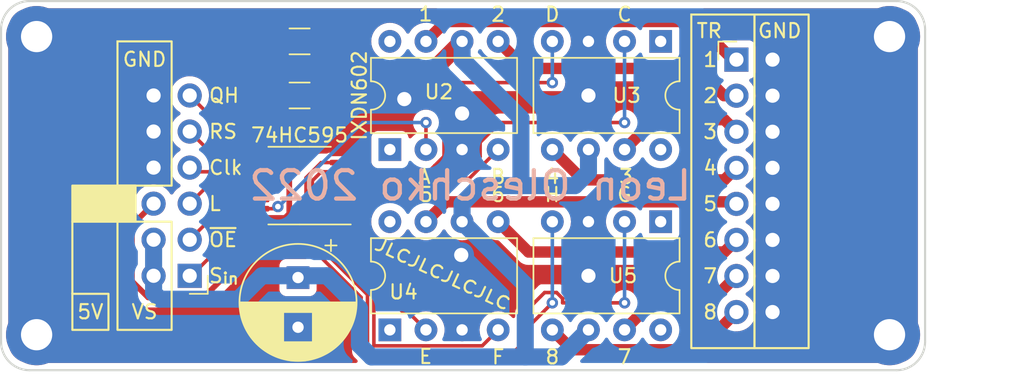
<source format=kicad_pcb>
(kicad_pcb (version 20211014) (generator pcbnew)
  (layers (0 "F.Cu" signal) (31 "B.Cu" signal) (34 "B.Paste" user) (35 "F.Paste" user) (36 "B.SilkS" user "B.Silkscreen") (37 "F.SilkS" user "F.Silkscreen") (38 "B.Mask" user) (39 "F.Mask" user) (44 "Edge.Cuts" user))
  (net 0 "")
  (net 1 "QH")
  (net 2 "RST")
  (net 3 "S_CLK")
  (net 4 "L_CLK")
  (net 5 "~{OE}")
  (net 6 "DATA")
  (net 7 "GND")
  (net 8 "+5V")
  (net 9 "VS")
  (net 10 "OUT_1")
  (net 11 "OUT_2")
  (net 12 "OUT_3")
  (net 13 "OUT_4")
  (net 14 "OUT_5")
  (net 15 "OUT_6")
  (net 16 "OUT_7")
  (net 17 "OUT_8")
  (net 26 "SIG_2")
  (net 27 "SIG_3")
  (net 28 "SIG_4")
  (net 29 "SIG_5")
  (net 30 "SIG_6")
  (net 31 "SIG_7")
  (net 32 "SIG_8")
  (net 33 "SIG_1")
  (footprint "Package_SO:TSSOP-16_4.4x5mm_P0.65mm" (layer "F.Cu") (at 218.344639 138.43 180)
    (fp_text reference "U1" hide)
    (fp_text value "74HC595" (at 0 3.556) (layer "F.SilkS"))
    (fp_line (start 0 2.735) (end 2.2 2.735) (layer "F.SilkS") (width 0.12))
    (fp_line (start 0 -2.735) (end -3.6 -2.735) (layer "F.SilkS") (width 0.12))
    (fp_line (start 0 2.735) (end -2.2 2.735) (layer "F.SilkS") (width 0.12))
    (fp_line (start 0 -2.735) (end 2.2 -2.735) (layer "F.SilkS") (width 0.12))
    (pad "1" smd roundrect (at -2.8625 -2.275 180) (size 1.475 0.4) (layers "F.Cu" "F.Paste" "F.Mask") (net 26 "SIG_2"))
    (pad "2" smd roundrect (at -2.8625 -1.625 180) (size 1.475 0.4) (layers "F.Cu" "F.Paste" "F.Mask") (net 27 "SIG_3"))
    (pad "3" smd roundrect (at -2.8625 -0.975 180) (size 1.475 0.4) (layers "F.Cu" "F.Paste" "F.Mask") (net 28 "SIG_4"))
    (pad "4" smd roundrect (at -2.8625 -0.325 180) (size 1.475 0.4) (layers "F.Cu" "F.Paste" "F.Mask") (net 29 "SIG_5"))
    (pad "5" smd roundrect (at -2.8625 0.325 180) (size 1.475 0.4) (layers "F.Cu" "F.Paste" "F.Mask") (net 30 "SIG_6"))
    (pad "6" smd roundrect (at -2.8625 0.975 180) (size 1.475 0.4) (layers "F.Cu" "F.Paste" "F.Mask") (net 31 "SIG_7"))
    (pad "7" smd roundrect (at -2.8625 1.625 180) (size 1.475 0.4) (layers "F.Cu" "F.Paste" "F.Mask") (net 32 "SIG_8"))
    (pad "8" smd roundrect (at -2.8625 2.275 180) (size 1.475 0.4) (layers "F.Cu" "F.Paste" "F.Mask") (net 7 "GND"))
    (pad "9" smd roundrect (at 2.8625 2.275 180) (size 1.475 0.4) (layers "F.Cu" "F.Paste" "F.Mask") (net 1 "QH"))
    (pad "10" smd roundrect (at 2.8625 1.625 180) (size 1.475 0.4) (layers "F.Cu" "F.Paste" "F.Mask") (net 2 "RST"))
    (pad "11" smd roundrect (at 2.8625 0.975 180) (size 1.475 0.4) (layers "F.Cu" "F.Paste" "F.Mask") (net 3 "S_CLK"))
    (pad "12" smd roundrect (at 2.8625 0.325 180) (size 1.475 0.4) (layers "F.Cu" "F.Paste" "F.Mask") (net 4 "L_CLK"))
    (pad "13" smd roundrect (at 2.8625 -0.325 180) (size 1.475 0.4) (layers "F.Cu" "F.Paste" "F.Mask") (net 5 "~{OE}"))
    (pad "14" smd roundrect (at 2.8625 -0.975 180) (size 1.475 0.4) (layers "F.Cu" "F.Paste" "F.Mask") (net 6 "DATA"))
    (pad "15" smd roundrect (at 2.8625 -1.625 180) (size 1.475 0.4) (layers "F.Cu" "F.Paste" "F.Mask") (net 33 "SIG_1"))
    (pad "16" smd roundrect (at 2.8625 -2.275 180) (size 1.475 0.4) (layers "F.Cu" "F.Paste" "F.Mask") (net 8 "+5V"))
  )
  (footprint "" (layer "F.Cu") (at 199.844639 148.93)
    (fp_text reference "" (at 0 0) (layer "F.SilkS") (effects (font (size 1.27 1.27))))
    (fp_text value "" (at 0 0) (layer "F.SilkS") (effects (font (size 1.27 1.27))))
    (pad "" thru_hole circle (at 0 0) (size 4.3 4.3) (drill 2.2) (layers *.Cu *.Mask) (net 7 "GND"))
  )
  (footprint "Capacitor_SMD:C_1206_3216Metric_Pad1.33x1.80mm_HandSolder" (layer "F.Cu") (at 218.344639 132.08)
    (fp_text reference "C3" hide)
    (fp_text value "10u")
    (fp_line (start -0.711252 -0.91) (end 0.711252 -0.91) (layer "F.SilkS") (width 0.12))
    (fp_line (start -0.711252 0.91) (end 0.711252 0.91) (layer "F.SilkS") (width 0.12))
    (pad "1" smd roundrect (at -1.5625 0) (size 1.325 1.8) (layers "F.Cu" "F.Paste" "F.Mask") (roundrect_rratio 0.1886792453) (net 8 "+5V"))
    (pad "2" smd roundrect (at 1.5625 0) (size 1.325 1.8) (layers "F.Cu" "F.Paste" "F.Mask") (roundrect_rratio 0.1886792453) (net 7 "GND"))
  )
  (footprint "Package_DIP:DIP-8_W7.62mm" (layer "F.Cu") (at 224.694639 148.59 90)
    (fp_text reference "U4" (at 2.667 0.9568 180) (layer "F.SilkS"))
    (fp_text value "IXDN602")
    (fp_line (start 1.16 -1.33) (end 1.16 8.95) (layer "F.SilkS") (width 0.12))
    (fp_line (start 2.81 -1.33) (end 1.16 -1.33) (layer "F.SilkS") (width 0.12))
    (fp_line (start 1.16 8.95) (end 6.46 8.95) (layer "F.SilkS") (width 0.12))
    (fp_line (start 6.46 8.95) (end 6.46 -1.33) (layer "F.SilkS") (width 0.12))
    (fp_line (start 6.46 -1.33) (end 4.81 -1.33) (layer "F.SilkS") (width 0.12))
    (fp_arc (start 4.81 -1.33) (mid 3.81 -0.33) (end 2.81 -1.33) (layer "F.SilkS") (width 0.12))
    (pad "1" thru_hole rect (at 0 0 90) (size 1.6 1.6) (drill 0.8) (layers *.Cu *.Mask))
    (pad "2" thru_hole oval (at 0 2.54 90) (size 1.6 1.6) (drill 0.8) (layers *.Cu *.Mask) (net 29 "SIG_5"))
    (pad "3" thru_hole oval (at 0 5.08 90) (size 1.6 1.6) (drill 0.8) (layers *.Cu *.Mask) (net 7 "GND"))
    (pad "4" thru_hole oval (at 0 7.62 90) (size 1.6 1.6) (drill 0.8) (layers *.Cu *.Mask) (net 30 "SIG_6"))
    (pad "5" thru_hole oval (at 7.62 7.62 90) (size 1.6 1.6) (drill 0.8) (layers *.Cu *.Mask) (net 15 "OUT_6"))
    (pad "6" thru_hole oval (at 7.62 5.08 90) (size 1.6 1.6) (drill 0.8) (layers *.Cu *.Mask) (net 9 "VS"))
    (pad "7" thru_hole oval (at 7.62 2.54 90) (size 1.6 1.6) (drill 0.8) (layers *.Cu *.Mask) (net 14 "OUT_5"))
    (pad "8" thru_hole oval (at 7.62 0 90) (size 1.6 1.6) (drill 0.8) (layers *.Cu *.Mask))
  )
  (footprint "Capacitor_SMD:C_1206_3216Metric_Pad1.33x1.80mm_HandSolder" (layer "F.Cu") (at 218.344639 128.27 180)
    (fp_text reference "C2" hide)
    (fp_text value "1u")
    (fp_line (start -0.711252 0.91) (end 0.711252 0.91) (layer "F.SilkS") (width 0.12))
    (fp_line (start -0.711252 -0.91) (end 0.711252 -0.91) (layer "F.SilkS") (width 0.12))
    (pad "1" smd roundrect (at -1.5625 0 180) (size 1.325 1.8) (layers "F.Cu" "F.Paste" "F.Mask") (roundrect_rratio 0.1886792453) (net 9 "VS"))
    (pad "2" smd roundrect (at 1.5625 0 180) (size 1.325 1.8) (layers "F.Cu" "F.Paste" "F.Mask") (roundrect_rratio 0.1886792453) (net 7 "GND"))
  )
  (footprint "Connector_PinHeader_2.54mm:PinHeader_2x08_P2.54mm_Horizontal" (layer "F.Cu") (at 249.074639 129.555)
    (fp_text reference "J2" hide)
    (fp_text value "TR" (at -1.905 -2.032) (layer "F.SilkS"))
    (fp_line (start -1.27 -1.27) (end 0 -1.27) (layer "F.SilkS") (width 0.12))
    (fp_line (start -1.27 0) (end -1.27 -1.27) (layer "F.SilkS") (width 0.12))
    (pad "1" thru_hole rect (at 0 0) (size 1.7 1.7) (drill 1) (layers *.Cu *.Mask) (net 10 "OUT_1"))
    (pad "2" thru_hole oval (at 2.54 0) (size 1.7 1.7) (drill 1) (layers *.Cu *.Mask) (net 7 "GND"))
    (pad "3" thru_hole oval (at 0 2.54) (size 1.7 1.7) (drill 1) (layers *.Cu *.Mask) (net 11 "OUT_2"))
    (pad "4" thru_hole oval (at 2.54 2.54) (size 1.7 1.7) (drill 1) (layers *.Cu *.Mask) (net 7 "GND"))
    (pad "5" thru_hole oval (at 0 5.08) (size 1.7 1.7) (drill 1) (layers *.Cu *.Mask) (net 12 "OUT_3"))
    (pad "6" thru_hole oval (at 2.54 5.08) (size 1.7 1.7) (drill 1) (layers *.Cu *.Mask) (net 7 "GND"))
    (pad "7" thru_hole oval (at 0 7.62) (size 1.7 1.7) (drill 1) (layers *.Cu *.Mask) (net 13 "OUT_4"))
    (pad "8" thru_hole oval (at 2.54 7.62) (size 1.7 1.7) (drill 1) (layers *.Cu *.Mask) (net 7 "GND"))
    (pad "9" thru_hole oval (at 0 10.16) (size 1.7 1.7) (drill 1) (layers *.Cu *.Mask) (net 14 "OUT_5"))
    (pad "10" thru_hole oval (at 2.54 10.16) (size 1.7 1.7) (drill 1) (layers *.Cu *.Mask) (net 7 "GND"))
    (pad "11" thru_hole oval (at 0 12.7) (size 1.7 1.7) (drill 1) (layers *.Cu *.Mask) (net 15 "OUT_6"))
    (pad "12" thru_hole oval (at 2.54 12.7) (size 1.7 1.7) (drill 1) (layers *.Cu *.Mask) (net 7 "GND"))
    (pad "13" thru_hole oval (at 0 15.24) (size 1.7 1.7) (drill 1) (layers *.Cu *.Mask) (net 16 "OUT_7"))
    (pad "14" thru_hole oval (at 2.54 15.24) (size 1.7 1.7) (drill 1) (layers *.Cu *.Mask) (net 7 "GND"))
    (pad "15" thru_hole oval (at 0 17.78) (size 1.7 1.7) (drill 1) (layers *.Cu *.Mask) (net 17 "OUT_8"))
    (pad "16" thru_hole oval (at 2.54 17.78) (size 1.7 1.7) (drill 1) (layers *.Cu *.Mask) (net 7 "GND"))
  )
  (footprint "Connector_PinHeader_2.54mm:PinHeader_2x06_P2.54mm_Horizontal" (layer "F.Cu") (at 210.614639 144.78 180)
    (fp_text reference "J1" hide)
    (fp_text value "IO" hide)
    (fp_line (start -1.27 0) (end -1.27 -1.27) (layer "F.SilkS") (width 0.12))
    (fp_line (start -1.27 -1.27) (end 0 -1.27) (layer "F.SilkS") (width 0.12))
    (pad "1" thru_hole rect (at 0 0 180) (size 1.7 1.7) (drill 1) (layers *.Cu *.Mask) (net 6 "DATA"))
    (pad "2" thru_hole oval (at 2.54 0 180) (size 1.7 1.7) (drill 1) (layers *.Cu *.Mask) (net 9 "VS"))
    (pad "3" thru_hole oval (at 0 2.54 180) (size 1.7 1.7) (drill 1) (layers *.Cu *.Mask) (net 5 "~{OE}"))
    (pad "4" thru_hole oval (at 2.54 2.54 180) (size 1.7 1.7) (drill 1) (layers *.Cu *.Mask) (net 9 "VS"))
    (pad "5" thru_hole oval (at 0 5.08 180) (size 1.7 1.7) (drill 1) (layers *.Cu *.Mask) (net 4 "L_CLK"))
    (pad "6" thru_hole oval (at 2.54 5.08 180) (size 1.7 1.7) (drill 1) (layers *.Cu *.Mask) (net 8 "+5V"))
    (pad "7" thru_hole oval (at 0 7.62 180) (size 1.7 1.7) (drill 1) (layers *.Cu *.Mask) (net 3 "S_CLK"))
    (pad "8" thru_hole oval (at 2.54 7.62 180) (size 1.7 1.7) (drill 1) (layers *.Cu *.Mask) (net 7 "GND"))
    (pad "9" thru_hole oval (at 0 10.16 180) (size 1.7 1.7) (drill 1) (layers *.Cu *.Mask) (net 2 "RST"))
    (pad "10" thru_hole oval (at 2.54 10.16 180) (size 1.7 1.7) (drill 1) (layers *.Cu *.Mask) (net 7 "GND"))
    (pad "11" thru_hole oval (at 0 12.7 180) (size 1.7 1.7) (drill 1) (layers *.Cu *.Mask) (net 1 "QH"))
    (pad "12" thru_hole oval (at 2.54 12.7 180) (size 1.7 1.7) (drill 1) (layers *.Cu *.Mask) (net 7 "GND"))
  )
  (footprint "Package_DIP:DIP-8_W7.62mm" (layer "F.Cu") (at 243.744639 128.27 -90)
    (fp_text reference "U3" (at 3.81 2.396 180) (layer "F.SilkS"))
    (fp_text value "IXDN602")
    (fp_line (start 1.16 -1.33) (end 1.16 8.95) (layer "F.SilkS") (width 0.12))
    (fp_line (start 1.16 8.95) (end 6.46 8.95) (layer "F.SilkS") (width 0.12))
    (fp_line (start 2.81 -1.33) (end 1.16 -1.33) (layer "F.SilkS") (width 0.12))
    (fp_line (start 6.46 -1.33) (end 4.81 -1.33) (layer "F.SilkS") (width 0.12))
    (fp_line (start 6.46 8.95) (end 6.46 -1.33) (layer "F.SilkS") (width 0.12))
    (fp_arc (start 4.81 -1.33) (mid 3.81 -0.33) (end 2.81 -1.33) (layer "F.SilkS") (width 0.12))
    (pad "1" thru_hole rect (at 0 0 270) (size 1.6 1.6) (drill 0.8) (layers *.Cu *.Mask))
    (pad "2" thru_hole oval (at 0 2.54 270) (size 1.6 1.6) (drill 0.8) (layers *.Cu *.Mask) (net 27 "SIG_3"))
    (pad "3" thru_hole oval (at 0 5.08 270) (size 1.6 1.6) (drill 0.8) (layers *.Cu *.Mask) (net 7 "GND"))
    (pad "4" thru_hole oval (at 0 7.62 270) (size 1.6 1.6) (drill 0.8) (layers *.Cu *.Mask) (net 28 "SIG_4"))
    (pad "5" thru_hole oval (at 7.62 7.62 270) (size 1.6 1.6) (drill 0.8) (layers *.Cu *.Mask) (net 13 "OUT_4"))
    (pad "6" thru_hole oval (at 7.62 5.08 270) (size 1.6 1.6) (drill 0.8) (layers *.Cu *.Mask) (net 9 "VS"))
    (pad "7" thru_hole oval (at 7.62 2.54 270) (size 1.6 1.6) (drill 0.8) (layers *.Cu *.Mask) (net 12 "OUT_3"))
    (pad "8" thru_hole oval (at 7.62 0 270) (size 1.6 1.6) (drill 0.8) (layers *.Cu *.Mask))
  )
  (footprint "" (layer "F.Cu") (at 259.844639 127.93)
    (fp_text reference "" (at 0 0) (layer "F.SilkS") (effects (font (size 1.27 1.27))))
    (fp_text value "" (at 0 0) (layer "F.SilkS") (effects (font (size 1.27 1.27))))
    (pad "" thru_hole circle (at 0 0) (size 4.3 4.3) (drill 2.2) (layers *.Cu *.Mask) (net 7 "GND"))
  )
  (footprint "Package_DIP:DIP-8_W7.62mm" (layer "F.Cu") (at 224.694639 135.89 90)
    (fp_text reference "U2" (at 4.064 3.446 180) (layer "F.SilkS"))
    (fp_text value "IXDN602")
    (fp_line (start 6.46 -1.33) (end 4.81 -1.33) (layer "F.SilkS") (width 0.12))
    (fp_line (start 1.16 8.95) (end 6.46 8.95) (layer "F.SilkS") (width 0.12))
    (fp_line (start 1.16 -1.33) (end 1.16 8.95) (layer "F.SilkS") (width 0.12))
    (fp_line (start 6.46 8.95) (end 6.46 -1.33) (layer "F.SilkS") (width 0.12))
    (fp_line (start 2.81 -1.33) (end 1.16 -1.33) (layer "F.SilkS") (width 0.12))
    (fp_arc (start 4.81 -1.33) (mid 3.81 -0.33) (end 2.81 -1.33) (layer "F.SilkS") (width 0.12))
    (pad "1" thru_hole rect (at 0 0 90) (size 1.6 1.6) (drill 0.8) (layers *.Cu *.Mask))
    (pad "2" thru_hole oval (at 0 2.54 90) (size 1.6 1.6) (drill 0.8) (layers *.Cu *.Mask) (net 33 "SIG_1"))
    (pad "3" thru_hole oval (at 0 5.08 90) (size 1.6 1.6) (drill 0.8) (layers *.Cu *.Mask) (net 7 "GND"))
    (pad "4" thru_hole oval (at 0 7.62 90) (size 1.6 1.6) (drill 0.8) (layers *.Cu *.Mask) (net 26 "SIG_2"))
    (pad "5" thru_hole oval (at 7.62 7.62 90) (size 1.6 1.6) (drill 0.8) (layers *.Cu *.Mask) (net 11 "OUT_2"))
    (pad "6" thru_hole oval (at 7.62 5.08 90) (size 1.6 1.6) (drill 0.8) (layers *.Cu *.Mask) (net 9 "VS"))
    (pad "7" thru_hole oval (at 7.62 2.54 90) (size 1.6 1.6) (drill 0.8) (layers *.Cu *.Mask) (net 10 "OUT_1"))
    (pad "8" thru_hole oval (at 7.62 0 90) (size 1.6 1.6) (drill 0.8) (layers *.Cu *.Mask))
  )
  (footprint "Package_DIP:DIP-8_W7.62mm" (layer "F.Cu") (at 243.744639 140.97 -90)
    (fp_text reference "U5" (at 3.81 2.65 180) (layer "F.SilkS"))
    (fp_text value "IXDN602")
    (fp_line (start 1.16 8.95) (end 6.46 8.95) (layer "F.SilkS") (width 0.12))
    (fp_line (start 6.46 -1.33) (end 4.81 -1.33) (layer "F.SilkS") (width 0.12))
    (fp_line (start 6.46 8.95) (end 6.46 -1.33) (layer "F.SilkS") (width 0.12))
    (fp_line (start 2.81 -1.33) (end 1.16 -1.33) (layer "F.SilkS") (width 0.12))
    (fp_line (start 1.16 -1.33) (end 1.16 8.95) (layer "F.SilkS") (width 0.12))
    (fp_arc (start 4.81 -1.33) (mid 3.81 -0.33) (end 2.81 -1.33) (layer "F.SilkS") (width 0.12))
    (pad "1" thru_hole rect (at 0 0 270) (size 1.6 1.6) (drill 0.8) (layers *.Cu *.Mask))
    (pad "2" thru_hole oval (at 0 2.54 270) (size 1.6 1.6) (drill 0.8) (layers *.Cu *.Mask) (net 31 "SIG_7"))
    (pad "3" thru_hole oval (at 0 5.08 270) (size 1.6 1.6) (drill 0.8) (layers *.Cu *.Mask) (net 7 "GND"))
    (pad "4" thru_hole oval (at 0 7.62 270) (size 1.6 1.6) (drill 0.8) (layers *.Cu *.Mask) (net 32 "SIG_8"))
    (pad "5" thru_hole oval (at 7.62 7.62 270) (size 1.6 1.6) (drill 0.8) (layers *.Cu *.Mask) (net 17 "OUT_8"))
    (pad "6" thru_hole oval (at 7.62 5.08 270) (size 1.6 1.6) (drill 0.8) (layers *.Cu *.Mask) (net 9 "VS"))
    (pad "7" thru_hole oval (at 7.62 2.54 270) (size 1.6 1.6) (drill 0.8) (layers *.Cu *.Mask) (net 16 "OUT_7"))
    (pad "8" thru_hole oval (at 7.62 0 270) (size 1.6 1.6) (drill 0.8) (layers *.Cu *.Mask))
  )
  (footprint "MountingHole:MountingHole_2.2mm_M2" (layer "F.Cu") (at 259.844639 148.93)
    (fp_text reference "REF**" hide)
    (fp_text value "MountingHole_2.2mm_M2")
    (pad "" thru_hole circle (at 0 0) (size 4.3 4.3) (drill 2.2) (layers *.Cu *.Mask) (net 7 "GND"))
  )
  (footprint "Capacitor_THT:CP_Radial_D8.0mm_P3.50mm" (layer "F.Cu") (at 218.234639 144.905349 -90)
    (fp_text reference "C1" hide)
    (fp_text value "100u")
    (fp_line (start 4.151 1.04) (end 4.151 3.309) (layer "F.SilkS") (width 0.12))
    (fp_line (start 4.191 1.04) (end 4.191 3.28) (layer "F.SilkS") (width 0.12))
    (fp_line (start 3.231 1.04) (end 3.231 3.805) (layer "F.SilkS") (width 0.12))
    (fp_line (start 2.871 1.04) (end 2.871 3.925) (layer "F.SilkS") (width 0.12))
    (fp_line (start 5.591 -1.453) (end 5.591 1.453) (layer "F.SilkS") (width 0.12))
    (fp_line (start 3.631 -3.627) (end 3.631 -1.04) (layer "F.SilkS") (width 0.12))
    (fp_line (start 3.391 1.04) (end 3.391 3.74) (layer "F.SilkS") (width 0.12))
    (fp_line (start 5.111 -2.345) (end 5.111 2.345) (layer "F.SilkS") (width 0.12))
    (fp_line (start 5.151 -2.287) (end 5.151 2.287) (layer "F.SilkS") (width 0.12))
    (fp_line (start 5.511 -1.645) (end 5.511 1.645) (layer "F.SilkS") (width 0.12))
    (fp_line (start 3.551 -3.666) (end 3.551 -1.04) (layer "F.SilkS") (width 0.12))
    (fp_line (start 2.991 1.04) (end 2.991 3.889) (layer "F.SilkS") (width 0.12))
    (fp_line (start 4.431 -3.09) (end 4.431 -1.04) (layer "F.SilkS") (width 0.12))
    (fp_line (start 3.191 1.04) (end 3.191 3.821) (layer "F.SilkS") (width 0.12))
    (fp_line (start 2.951 -3.902) (end 2.951 -1.04) (layer "F.SilkS") (width 0.12))
    (fp_line (start 2.511 -4.01) (end 2.511 -1.04) (layer "F.SilkS") (width 0.12))
    (fp_line (start 2.471 -4.017) (end 2.471 -1.04) (layer "F.SilkS") (width 0.12))
    (fp_line (start 4.871 -2.651) (end 4.871 2.651) (layer "F.SilkS") (width 0.12))
    (fp_line (start 2.911 1.04) (end 2.911 3.914) (layer "F.SilkS") (width 0.12))
    (fp_line (start 4.351 -3.156) (end 4.351 -1.04) (layer "F.SilkS") (width 0.12))
    (fp_line (start 3.071 -3.863) (end 3.071 -1.04) (layer "F.SilkS") (width 0.12))
    (fp_line (start 4.751 -2.784) (end 4.751 2.784) (layer "F.SilkS") (width 0.12))
    (fp_line (start 3.191 -3.821) (end 3.191 -1.04) (layer "F.SilkS") (width 0.12))
    (fp_line (start 4.471 -3.055) (end 4.471 -1.04) (layer "F.SilkS") (width 0.12))
    (fp_line (start 4.511 -3.019) (end 4.511 -1.04) (layer "F.SilkS") (width 0.12))
    (fp_line (start 3.351 -3.757) (end 3.351 -1.04) (layer "F.SilkS") (width 0.12))
    (fp_line (start 1.75 -4.08) (end 1.75 4.08) (layer "F.SilkS") (width 0.12))
    (fp_line (start 3.911 1.04) (end 3.911 3.469) (layer "F.SilkS") (width 0.12))
    (fp_line (start 3.631 1.04) (end 3.631 3.627) (layer "F.SilkS") (width 0.12))
    (fp_line (start 1.87 -4.079) (end 1.87 4.079) (layer "F.SilkS") (width 0.12))
    (fp_line (start 5.191 -2.228) (end 5.191 2.228) (layer "F.SilkS") (width 0.12))
    (fp_line (start 2.631 1.04) (end 2.631 3.985) (layer "F.SilkS") (width 0.12))
    (fp_line (start 3.551 1.04) (end 3.551 3.666) (layer "F.SilkS") (width 0.12))
    (fp_line (start 2.43 -4.024) (end 2.43 4.024) (layer "F.SilkS") (width 0.12))
    (fp_line (start 2.671 1.04) (end 2.671 3.976) (layer "F.SilkS") (width 0.12))
    (fp_line (start 2.23 -4.052) (end 2.23 4.052) (layer "F.SilkS") (width 0.12))
    (fp_line (start 5.471 -1.731) (end 5.471 1.731) (layer "F.SilkS") (width 0.12))
    (fp_line (start 4.391 1.04) (end 4.391 3.124) (layer "F.SilkS") (width 0.12))
    (fp_line (start 3.071 1.04) (end 3.071 3.863) (layer "F.SilkS") (width 0.12))
    (fp_line (start -2.659698 -2.315) (end -1.859698 -2.315) (layer "F.SilkS") (width 0.12))
    (fp_line (start 3.751 1.04) (end 3.751 3.562) (layer "F.SilkS") (width 0.12))
    (fp_line (start 1.79 -4.08) (end 1.79 4.08) (layer "F.SilkS") (width 0.12))
    (fp_line (start 3.671 -3.606) (end 3.671 -1.04) (layer "F.SilkS") (width 0.12))
    (fp_line (start 3.871 -3.493) (end 3.871 -1.04) (layer "F.SilkS") (width 0.12))
    (fp_line (start 3.711 -3.584) (end 3.711 -1.04) (layer "F.SilkS") (width 0.12))
    (fp_line (start 3.591 1.04) (end 3.591 3.647) (layer "F.SilkS") (width 0.12))
    (fp_line (start 3.911 -3.469) (end 3.911 -1.04) (layer "F.SilkS") (width 0.12))
    (fp_line (start 2.951 1.04) (end 2.951 3.902) (layer "F.SilkS") (width 0.12))
    (fp_line (start 3.151 1.04) (end 3.151 3.835) (layer "F.SilkS") (width 0.12))
    (fp_line (start 3.151 -3.835) (end 3.151 -1.04) (layer "F.SilkS") (width 0.12))
    (fp_line (start 5.031 -2.454) (end 5.031 2.454) (layer "F.SilkS") (width 0.12))
    (fp_line (start 3.231 -3.805) (end 3.231 -1.04) (layer "F.SilkS") (width 0.12))
    (fp_line (start 5.431 -1.813) (end 5.431 1.813) (layer "F.SilkS") (width 0.12))
    (fp_line (start 2.671 -3.976) (end 2.671 -1.04) (layer "F.SilkS") (width 0.12))
    (fp_line (start 2.911 -3.914) (end 2.911 -1.04) (layer "F.SilkS") (width 0.12))
    (fp_line (start 2.471 1.04) (end 2.471 4.017) (layer "F.SilkS") (width 0.12))
    (fp_line (start 4.311 1.04) (end 4.311 3.189) (layer "F.SilkS") (width 0.12))
    (fp_line (start 4.271 -3.22) (end 4.271 -1.04) (layer "F.SilkS") (width 0.12))
    (fp_line (start 4.031 1.04) (end 4.031 3.392) (layer "F.SilkS") (width 0.12))
    (fp_line (start 1.91 -4.077) (end 1.91 4.077) (layer "F.SilkS") (width 0.12))
    (fp_line (start 3.511 1.04) (end 3.511 3.686) (layer "F.SilkS") (width 0.12))
    (fp_line (start 5.271 -2.102) (end 5.271 2.102) (layer "F.SilkS") (width 0.12))
    (fp_line (start 4.711 -2.826) (end 4.711 2.826) (layer "F.SilkS") (width 0.12))
    (fp_line (start 4.031 -3.392) (end 4.031 -1.04) (layer "F.SilkS") (width 0.12))
    (fp_line (start 3.311 -3.774) (end 3.311 -1.04) (layer "F.SilkS") (width 0.12))
    (fp_line (start 1.83 -4.08) (end 1.83 4.08) (layer "F.SilkS") (width 0.12))
    (fp_line (start 4.671 -2.867) (end 4.671 2.867) (layer "F.SilkS") (width 0.12))
    (fp_line (start 2.831 -3.936) (end 2.831 -1.04) (layer "F.SilkS") (width 0.12))
    (fp_line (start 3.431 1.04) (end 3.431 3.722) (layer "F.SilkS") (width 0.12))
    (fp_line (start 4.351 1.04) (end 4.351 3.156) (layer "F.SilkS") (width 0.12))
    (fp_line (start 3.351 1.04) (end 3.351 3.757) (layer "F.SilkS") (width 0.12))
    (fp_line (start 3.671 1.04) (end 3.671 3.606) (layer "F.SilkS") (width 0.12))
    (fp_line (start 3.951 1.04) (end 3.951 3.444) (layer "F.SilkS") (width 0.12))
    (fp_line (start 2.991 -3.889) (end 2.991 -1.04) (layer "F.SilkS") (width 0.12))
    (fp_line (start 4.631 -2.907) (end 4.631 2.907) (layer "F.SilkS") (width 0.12))
    (fp_line (start 3.991 -3.418) (end 3.991 -1.04) (layer "F.SilkS") (width 0.12))
    (fp_line (start 2.39 -4.03) (end 2.39 4.03) (layer "F.SilkS") (width 0.12))
    (fp_line (start 2.19 -4.057) (end 2.19 4.057) (layer "F.SilkS") (width 0.12))
    (fp_line (start 2.551 1.04) (end 2.551 4.002) (layer "F.SilkS") (width 0.12))
    (fp_line (start 3.471 1.04) (end 3.471 3.704) (layer "F.SilkS") (width 0.12))
    (fp_line (start 4.551 -2.983) (end 4.551 2.983) (layer "F.SilkS") (width 0.12))
    (fp_line (start 2.831 1.04) (end 2.831 3.936) (layer "F.SilkS") (width 0.12))
    (fp_line (start 4.311 -3.189) (end 4.311 -1.04) (layer "F.SilkS") (width 0.12))
    (fp_line (start 4.391 -3.124) (end 4.391 -1.04) (layer "F.SilkS") (width 0.12))
    (fp_line (start 4.911 -2.604) (end 4.911 2.604) (layer "F.SilkS") (width 0.12))
    (fp_line (start 5.311 -2.034) (end 5.311 2.034) (layer "F.SilkS") (width 0.12))
    (fp_line (start 5.831 -0.533) (end 5.831 0.533) (layer "F.SilkS") (width 0.12))
    (fp_line (start 3.431 -3.722) (end 3.431 -1.04) (layer "F.SilkS") (width 0.12))
    (fp_line (start 3.511 -3.686) (end 3.511 -1.04) (layer "F.SilkS") (width 0.12))
    (fp_line (start 4.991 -2.505) (end 4.991 2.505) (layer "F.SilkS") (width 0.12))
    (fp_line (start 2.751 -3.957) (end 2.751 -1.04) (layer "F.SilkS") (width 0.12))
    (fp_line (start 3.711 1.04) (end 3.711 3.584) (layer "F.SilkS") (width 0.12))
    (fp_line (start 4.431 1.04) (end 4.431 3.09) (layer "F.SilkS") (width 0.12))
    (fp_line (start 2.27 -4.048) (end 2.27 4.048) (layer "F.SilkS") (width 0.12))
    (fp_line (start 3.471 -3.704) (end 3.471 -1.04) (layer "F.SilkS") (width 0.12))
    (fp_line (start 5.551 -1.552) (end 5.551 1.552) (layer "F.SilkS") (width 0.12))
    (fp_line (start 4.591 -2.945) (end 4.591 2.945) (layer "F.SilkS") (width 0.12))
    (fp_line (start 2.591 -3.994) (end 2.591 -1.04) (layer "F.SilkS") (width 0.12))
    (fp_line (start 4.231 1.04) (end 4.231 3.25) (layer "F.SilkS") (width 0.12))
    (fp_line (start 4.071 -3.365) (end 4.071 -1.04) (layer "F.SilkS") (width 0.12))
    (fp_line (start 2.31 -4.042) (end 2.31 4.042) (layer "F.SilkS") (width 0.12))
    (fp_line (start 4.151 -3.309) (end 4.151 -1.04) (layer "F.SilkS") (width 0.12))
    (fp_line (start -2.259698 -2.715) (end -2.259698 -1.915) (layer "F.SilkS") (width 0.12))
    (fp_line (start 2.631 -3.985) (end 2.631 -1.04) (layer "F.SilkS") (width 0.12))
    (fp_line (start 5.671 -1.229) (end 5.671 1.229) (layer "F.SilkS") (width 0.12))
    (fp_line (start 5.791 -0.768) (end 5.791 0.768) (layer "F.SilkS") (width 0.12))
    (fp_line (start 5.231 -2.166) (end 5.231 2.166) (layer "F.SilkS") (width 0.12))
    (fp_line (start 3.311 1.04) (end 3.311 3.774) (layer "F.SilkS") (width 0.12))
    (fp_line (start 5.751 -0.948) (end 5.751 0.948) (layer "F.SilkS") (width 0.12))
    (fp_line (start 5.391 -1.89) (end 5.391 1.89) (layer "F.SilkS") (width 0.12))
    (fp_line (start 4.071 1.04) (end 4.071 3.365) (layer "F.SilkS") (width 0.12))
    (fp_line (start 2.35 -4.037) (end 2.35 4.037) (layer "F.SilkS") (width 0.12))
    (fp_line (start 2.15 -4.061) (end 2.15 4.061) (layer "F.SilkS") (width 0.12))
    (fp_line (start 4.831 -2.697) (end 4.831 2.697) (layer "F.SilkS") (width 0.12))
    (fp_line (start 3.031 -3.877) (end 3.031 -1.04) (layer "F.SilkS") (width 0.12))
    (fp_line (start 3.991 1.04) (end 3.991 3.418) (layer "F.SilkS") (width 0.12))
    (fp_line (start 3.751 -3.562) (end 3.751 -1.04) (layer "F.SilkS") (width 0.12))
    (fp_line (start 4.111 -3.338) (end 4.111 -1.04) (layer "F.SilkS") (width 0.12))
    (fp_line (start 3.951 -3.444) (end 3.951 -1.04) (layer "F.SilkS") (width 0.12))
    (fp_line (start 3.831 1.04) (end 3.831 3.517) (layer "F.SilkS") (width 0.12))
    (fp_line (start 2.551 -4.002) (end 2.551 -1.04) (layer "F.SilkS") (width 0.12))
    (fp_line (start 2.751 1.04) (end 2.751 3.957) (layer "F.SilkS") (width 0.12))
    (fp_line (start 5.711 -1.098) (end 5.711 1.098) (layer "F.SilkS") (width 0.12))
    (fp_line (start 5.071 -2.4) (end 5.071 2.4) (layer "F.SilkS") (width 0.12))
    (fp_line (start 4.791 -2.741) (end 4.791 2.741) (layer "F.SilkS") (width 0.12))
    (fp_line (start 3.391 -3.74) (end 3.391 -1.04) (layer "F.SilkS") (width 0.12))
    (fp_line (start 4.511 1.04) (end 4.511 3.019) (layer "F.SilkS") (width 0.12))
    (fp_line (start 2.07 -4.068) (end 2.07 4.068) (layer "F.SilkS") (width 0.12))
    (fp_line (start 3.271 1.04) (end 3.271 3.79) (layer "F.SilkS") (width 0.12))
    (fp_line (start 3.271 -3.79) (end 3.271 -1.04) (layer "F.SilkS") (width 0.12))
    (fp_line (start 2.11 -4.065) (end 2.11 4.065) (layer "F.SilkS") (width 0.12))
    (fp_line (start 3.871 1.04) (end 3.871 3.493) (layer "F.SilkS") (width 0.12))
    (fp_line (start 4.951 -2.556) (end 4.951 2.556) (layer "F.SilkS") (width 0.12))
    (fp_line (start 4.231 -3.25) (end 4.231 -1.04) (layer "F.SilkS") (width 0.12))
    (fp_line (start 2.711 -3.967) (end 2.711 -1.04) (layer "F.SilkS") (width 0.12))
    (fp_line (start 3.791 1.04) (end 3.791 3.54) (layer "F.SilkS") (width 0.12))
    (fp_line (start 2.791 1.04) (end 2.791 3.947) (layer "F.SilkS") (width 0.12))
    (fp_line (start 2.791 -3.947) (end 2.791 -1.04) (layer "F.SilkS") (width 0.12))
    (fp_line (start 3.111 -3.85) (end 3.111 -1.04) (layer "F.SilkS") (width 0.12))
    (fp_line (start 4.111 1.04) (end 4.111 3.338) (layer "F.SilkS") (width 0.12))
    (fp_line (start 5.351 -1.964) (end 5.351 1.964) (layer "F.SilkS") (width 0.12))
    (fp_line (start 2.871 -3.925) (end 2.871 -1.04) (layer "F.SilkS") (width 0.12))
    (fp_line (start 2.591 1.04) (end 2.591 3.994) (layer "F.SilkS") (width 0.12))
    (fp_line (start 2.03 -4.071) (end 2.03 4.071) (layer "F.SilkS") (width 0.12))
    (fp_line (start 1.99 -4.074) (end 1.99 4.074) (layer "F.SilkS") (width 0.12))
    (fp_line (start 3.111 1.04) (end 3.111 3.85) (layer "F.SilkS") (width 0.12))
    (fp_line (start 3.591 -3.647) (end 3.591 -1.04) (layer "F.SilkS") (width 0.12))
    (fp_line (start 4.191 -3.28) (end 4.191 -1.04) (layer "F.SilkS") (width 0.12))
    (fp_line (start 4.471 1.04) (end 4.471 3.055) (layer "F.SilkS") (width 0.12))
    (fp_line (start 4.271 1.04) (end 4.271 3.22) (layer "F.SilkS") (width 0.12))
    (fp_line (start 3.791 -3.54) (end 3.791 -1.04) (layer "F.SilkS") (width 0.12))
    (fp_line (start 1.95 -4.076) (end 1.95 4.076) (layer "F.SilkS") (width 0.12))
    (fp_line (start 2.711 1.04) (end 2.711 3.967) (layer "F.SilkS") (width 0.12))
    (fp_line (start 2.511 1.04) (end 2.511 4.01) (layer "F.SilkS") (width 0.12))
    (fp_line (start 5.631 -1.346) (end 5.631 1.346) (layer "F.SilkS") (width 0.12))
    (fp_line (start 3.031 1.04) (end 3.031 3.877) (layer "F.SilkS") (width 0.12))
    (fp_line (start 3.831 -3.517) (end 3.831 -1.04) (layer "F.SilkS") (width 0.12))
    (fp_circle (center 1.75 0) (end 5.87 0) (layer "F.SilkS") (width 0.12) (fill none))
    (pad "1" thru_hole rect (at 0 0 270) (size 1.6 1.6) (drill 0.8) (layers *.Cu *.Mask) (net 9 "VS"))
    (pad "2" thru_hole circle (at 3.5 0 270) (size 1.6 1.6) (drill 0.8) (layers *.Cu *.Mask) (net 7 "GND"))
  )
  (footprint "" (layer "F.Cu") (at 199.844639 127.93)
    (fp_text reference "" (at 0 0) (layer "F.SilkS") (effects (font (size 1.27 1.27))))
    (fp_text value "" (at 0 0) (layer "F.SilkS") (effects (font (size 1.27 1.27))))
    (pad "" thru_hole circle (at 0 0) (size 4.3 4.3) (drill 2.2) (layers *.Cu *.Mask) (net 7 "GND"))
  )
  (gr_line (start 202.359639 146.05) (end 202.359639 140.97) (layer "F.SilkS") (width 0.15))
  (gr_rect (start 250.344639 126.38) (end 254.154639 149.875) (layer "F.SilkS") (width 0.15) (fill none))
  (gr_poly (pts (xy 206.804639 140.97) (xy 203.629639 140.97) (xy 202.359639 140.97) (xy 202.359639 138.43) (xy 206.804639 138.43)) (layer "F.SilkS") (width 0.15) (fill solid))
  (gr_rect (start 209.344639 138.43) (end 205.534639 128.27) (layer "F.SilkS") (width 0.15) (fill none))
  (gr_rect (start 202.359639 148.59) (end 204.899639 146.05) (layer "F.SilkS") (width 0.15) (fill none))
  (gr_rect (start 250.344639 149.875) (end 245.899639 126.38) (layer "F.SilkS") (width 0.15) (fill none))
  (gr_rect (start 209.344639 140.97) (end 205.534639 148.59) (layer "F.SilkS") (width 0.15) (fill none))
  (gr_line (start 262.344639 127.43) (end 262.344639 149.43) (layer "Edge.Cuts") (width 0.15))
  (gr_line (start 197.344639 149.43) (end 197.344639 127.43) (layer "Edge.Cuts") (width 0.15))
  (gr_arc (start 199.344639 151.43) (mid 197.930425 150.844214) (end 197.344639 149.43) (layer "Edge.Cuts") (width 0.15))
  (gr_arc (start 262.344639 149.43) (mid 261.758853 150.844214) (end 260.344639 151.43) (layer "Edge.Cuts") (width 0.15))
  (gr_line (start 260.344639 151.43) (end 199.344639 151.43) (layer "Edge.Cuts") (width 0.15))
  (gr_arc (start 197.344639 127.43) (mid 197.930425 126.015786) (end 199.344639 125.43) (layer "Edge.Cuts") (width 0.15))
  (gr_line (start 199.344639 125.43) (end 260.344639 125.43) (layer "Edge.Cuts") (width 0.15))
  (gr_arc (start 260.344639 125.43) (mid 261.758853 126.015786) (end 262.344639 127.43) (layer "Edge.Cuts") (width 0.15))
  (gr_text "Leon Oleschko 2022" (at 230.344639 138.43) (layer "B.SilkS") (effects (font (size 2 2) (thickness 0.3)) (justify mirror)))
  (gr_text "B" (at 232.314639 137.795) (layer "F.SilkS") (effects (font (size 1 1))))
  (gr_text "~{OE}" (at 211.884639 142.24) (layer "F.SilkS") (effects (font (size 1 1)) (justify left)))
  (gr_text "7" (at 247.804639 144.795) (layer "F.SilkS") (effects (font (size 1 1)) (justify right)))
  (gr_text "L" (at 211.884639 139.7) (layer "F.SilkS") (effects (font (size 1 1)) (justify left)))
  (gr_text "7" (at 241.204639 150.495) (layer "F.SilkS") (effects (font (size 1 1))))
  (gr_text "Clk" (at 211.884639 137.16) (layer "F.SilkS") (effects (font (size 1 1)) (justify left)))
  (gr_text "6" (at 232.309014 139.065) (layer "F.SilkS") (effects (font (size 1 1))))
  (gr_text "3" (at 247.804639 134.635) (layer "F.SilkS") (effects (font (size 1 1)) (justify right)))
  (gr_text "H" (at 236.114103 139.065) (layer "F.SilkS") (effects (font (size 1 1))))
  (gr_text "2" (at 247.804639 132.095) (layer "F.SilkS") (effects (font (size 1 1)) (justify right)))
  (gr_text "4" (at 236.124639 137.795) (layer "F.SilkS") (effects (font (size 1 1))))
  (gr_text "A" (at 227.124639 137.795) (layer "F.SilkS") (effects (font (size 1 1))))
  (gr_text "F" (at 232.314639 150.495) (layer "F.SilkS") (effects (font (size 1 1))))
  (gr_text "5" (at 247.804639 139.715) (layer "F.SilkS") (effects (font (size 1 1)) (justify right)))
  (gr_text "8" (at 247.804639 147.335) (layer "F.SilkS") (effects (font (size 1 1)) (justify right)))
  (gr_text "1" (at 227.211096 126.342575) (layer "F.SilkS") (effects (font (size 1 1))))
  (gr_text "GND" (at 207.439639 129.54) (layer "F.SilkS") (effects (font (size 1 1))))
  (gr_text "C" (at 241.204639 126.365) (layer "F.SilkS") (effects (font (size 1 1))))
  (gr_text "G" (at 241.197694 139.065) (layer "F.SilkS") (effects (font (size 1 1))))
  (gr_text "5V" (at 203.629639 147.32) (layer "F.SilkS") (effects (font (size 1 1))))
  (gr_text "E" (at 227.211096 150.469456) (layer "F.SilkS") (effects (font (size 1 1))))
  (gr_text "VS" (at 207.439639 147.32) (layer "F.SilkS") (effects (font (size 1 1))))
  (gr_text "JLCJLCJLCJLC" (at 228.394639 144.6784 -25) (layer "F.SilkS") (effects (font (size 0.85 1))))
  (gr_text "1" (at 247.804639 129.555) (layer "F.SilkS") (effects (font (size 1 1)) (justify right)))
  (gr_text "D" (at 236.124639 126.365) (layer "F.SilkS") (effects (font (size 1 1))))
  (gr_text "RS" (at 211.884639 134.62) (layer "F.SilkS") (effects (font (size 1 1)) (justify left)))
  (gr_text "5" (at 227.234639 139.065) (layer "F.SilkS") (effects (font (size 1 1))))
  (gr_text "2" (at 232.314639 126.365) (layer "F.SilkS") (effects (font (size 1 1))))
  (gr_text "4" (at 247.804639 137.175) (layer "F.SilkS") (effects (font (size 1 1)) (justify right)))
  (gr_text "IXDN602" (at 222.552639 132.08 90) (layer "F.SilkS") (effects (font (size 1 1))))
  (gr_text "QH" (at 211.884639 132.08) (layer "F.SilkS") (effects (font (size 1 1)) (justify left)))
  (gr_text "8" (at 236.124639 150.495) (layer "F.SilkS") (effects (font (size 1 1))))
  (gr_text "GND" (at 252.122639 127.523) (layer "F.SilkS") (effects (font (size 1 1))))
  (gr_text "S_{in}" (at 211.884639 144.78) (layer "F.SilkS") (effects (font (size 1 1)) (justify left)))
  (gr_text "6" (at 247.804639 142.255) (layer "F.SilkS") (effects (font (size 1 1)) (justify right)))
  (gr_text "3" (at 241.314639 137.795) (layer "F.SilkS") (effects (font (size 1 1))))
  (segment locked (start 210.614639 132.08) (end 214.689639 136.155) (width 0.25) (layer "F.Cu") (net 1))
  (segment (start 214.689639 136.155) (end 215.482139 136.155) (width 0.25) (layer "F.Cu") (net 1))
  (segment (start 212.799639 136.805) (end 215.482139 136.805) (width 0.25) (layer "F.Cu") (net 2))
  (segment (start 210.614639 134.62) (end 212.799639 136.805) (width 0.25) (layer "F.Cu") (net 2))
  (segment (start 210.909639 137.455) (end 215.482139 137.455) (width 0.25) (layer "F.Cu") (net 3))
  (segment (start 210.614639 137.16) (end 210.909639 137.455) (width 0.25) (layer "F.Cu") (net 3))
  (segment (start 212.209639 138.105) (end 215.482139 138.105) (width 0.25) (layer "F.Cu") (net 4))
  (segment (start 210.614639 139.7) (end 212.209639 138.105) (width 0.25) (layer "F.Cu") (net 4))
  (segment (start 215.482139 138.755) (end 214.099639 138.755) (width 0.25) (layer "F.Cu") (net 5))
  (segment (start 214.099639 138.755) (end 210.614639 142.24) (width 0.25) (layer "F.Cu") (net 5))
  (segment (start 210.724639 144.78) (end 210.614639 144.78) (width 0.25) (layer "F.Cu") (net 6))
  (segment (start 212.629639 142.875) (end 210.724639 144.78) (width 0.25) (layer "F.Cu") (net 6))
  (segment (start 214.194639 139.405) (end 212.629639 140.97) (width 0.25) (layer "F.Cu") (net 6))
  (segment (start 212.629639 140.97) (end 212.629639 142.875) (width 0.25) (layer "F.Cu") (net 6))
  (segment (start 215.482139 139.405) (end 214.194639 139.405) (width 0.25) (layer "F.Cu") (net 6))
  (segment (start 233.838639 144.78) (end 238.664639 144.78) (width 1.2) (layer "F.Cu") (net 7))
  (segment (start 251.614639 129.555) (end 251.614639 147.335) (width 1.2) (layer "F.Cu") (net 7))
  (segment (start 230.750628 132.374011) (end 229.774639 133.35) (width 1.2) (layer "F.Cu") (net 7))
  (segment (start 229.774639 133.35) (end 229.774639 135.89) (width 1.2) (layer "F.Cu") (net 7))
  (segment (start 208.074639 132.08) (end 208.074639 137.16) (width 1.2) (layer "F.Cu") (net 7))
  (segment (start 238.370628 132.374011) (end 230.750628 132.374011) (width 1.2) (layer "F.Cu") (net 7))
  (segment (start 232.373367 143.314728) (end 233.838639 144.78) (width 1.2) (layer "F.Cu") (net 7))
  (segment (start 229.715911 143.314728) (end 232.373367 143.314728) (width 1.2) (layer "F.Cu") (net 7))
  (segment (start 238.664639 132.08) (end 238.370628 132.374011) (width 1.2) (layer "F.Cu") (net 7))
  (segment (start 229.774639 143.373456) (end 229.774639 148.59) (width 1.2) (layer "F.Cu") (net 7))
  (segment (start 229.715911 143.314728) (end 229.774639 143.373456) (width 1.2) (layer "F.Cu") (net 7))
  (via (at 229.774639 133.35) (size 1.8) (drill 1) (layers "F.Cu" "B.Cu") (net 7))
  (via (at 225.710639 132.334) (size 1.8) (drill 1) (layers "F.Cu" "B.Cu") (net 7))
  (via (at 238.664639 132.08) (size 1.8) (drill 1) (layers "F.Cu" "B.Cu") (net 7))
  (via (at 238.664639 144.78) (size 1.8) (drill 1) (layers "F.Cu" "B.Cu") (net 7))
  (via (at 229.715911 143.314728) (size 1.8) (drill 1) (layers "F.Cu" "B.Cu") (net 7))
  (segment (start 238.664639 140.97) (end 238.664639 144.78) (width 1.2) (layer "B.Cu") (net 7))
  (segment (start 216.782139 132.08) (end 218.344639 132.08) (width 0.4) (layer "F.Cu") (net 8))
  (segment (start 213.580531 144.31313) (end 211.589661 146.304) (width 0.4) (layer "F.Cu") (net 8))
  (segment (start 206.550639 141.224) (end 208.074639 139.7) (width 0.4) (layer "F.Cu") (net 8))
  (segment (start 215.482139 140.705) (end 213.636423 140.705) (width 0.4) (layer "F.Cu") (net 8))
  (segment (start 218.344639 133.803022) (end 217.61865 134.529011) (width 0.4) (layer "F.Cu") (net 8))
  (segment (start 217.61865 140.403989) (end 217.61865 134.529011) (width 0.4) (layer "F.Cu") (net 8))
  (segment (start 218.344639 132.08) (end 218.344639 133.803022) (width 0.4) (layer "F.Cu") (net 8))
  (segment (start 217.317639 140.705) (end 215.482139 140.705) (width 0.4) (layer "F.Cu") (net 8))
  (segment (start 213.636423 140.705) (end 213.580531 140.760892) (width 0.4) (layer "F.Cu") (net 8))
  (segment (start 213.580531 140.760892) (end 213.580531 144.31313) (width 0.4) (layer "F.Cu") (net 8))
  (segment (start 211.589661 146.304) (end 207.693639 146.304) (width 0.4) (layer "F.Cu") (net 8))
  (segment (start 217.317639 140.705) (end 217.61865 140.403989) (width 0.4) (layer "F.Cu") (net 8))
  (segment (start 207.693639 146.304) (end 206.550639 145.161) (width 0.4) (layer "F.Cu") (net 8))
  (segment (start 206.550639 145.161) (end 206.550639 141.224) (width 0.4) (layer "F.Cu") (net 8))
  (segment (start 227.488639 130.556) (end 229.774639 128.27) (width 1.2) (layer "F.Cu") (net 9))
  (segment (start 222.193139 130.556) (end 227.488639 130.556) (width 1.2) (layer "F.Cu") (net 9))
  (segment (start 219.907139 128.27) (end 222.193139 130.556) (width 1.2) (layer "F.Cu") (net 9))
  (segment (start 208.074639 142.24) (end 208.074639 144.78) (width 1.2) (layer "B.Cu") (net 9))
  (segment (start 233.584639 138.43) (end 231.044639 138.43) (width 1.2) (layer "B.Cu") (net 9))
  (segment (start 229.774639 128.27) (end 229.774639 129.54) (width 1.2) (layer "B.Cu") (net 9))
  (segment (start 236.759639 150.495) (end 238.664639 148.59) (width 1.2) (layer "B.Cu") (net 9))
  (segment (start 215.694639 144.78) (end 220.266639 144.78) (width 1.2) (layer "B.Cu") (net 9))
  (segment (start 223.400617 150.495) (end 234.219639 150.495) (width 1.2) (layer "B.Cu") (net 9))
  (segment (start 229.774639 129.54) (end 233.91415 133.679511) (width 1.2) (layer "B.Cu") (net 9))
  (segment (start 208.522069 146.429511) (end 214.045128 146.429511) (width 1.2) (layer "B.Cu") (net 9))
  (segment (start 238.664639 137.4775) (end 237.712139 138.43) (width 1.2) (layer "B.Cu") (net 9))
  (segment (start 234.219639 145.415) (end 234.219639 150.495) (width 1.2) (layer "B.Cu") (net 9))
  (segment (start 234.219639 150.495) (end 236.759639 150.495) (width 1.2) (layer "B.Cu") (net 9))
  (segment (start 208.074639 145.982081) (end 208.522069 146.429511) (width 1.2) (layer "B.Cu") (net 9))
  (segment (start 222.552639 147.066) (end 222.552639 149.647022) (width 1.2) (layer "B.Cu") (net 9))
  (segment (start 214.045128 146.429511) (end 215.694639 144.78) (width 1.2) (layer "B.Cu") (net 9))
  (segment (start 237.712139 138.43) (end 233.584639 138.43) (width 1.2) (layer "B.Cu") (net 9))
  (segment (start 229.774639 140.97) (end 234.219639 145.415) (width 1.2) (layer "B.Cu") (net 9))
  (segment (start 238.664639 135.89) (end 238.664639 137.4775) (width 1.2) (layer "B.Cu") (net 9))
  (segment (start 222.552639 149.647022) (end 223.400617 150.495) (width 1.2) (layer "B.Cu") (net 9))
  (segment (start 229.774639 139.7) (end 229.774639 140.97) (width 1.2) (layer "B.Cu") (net 9))
  (segment (start 231.044639 138.43) (end 229.774639 139.7) (width 1.2) (layer "B.Cu") (net 9))
  (segment (start 208.074639 144.78) (end 208.074639 145.982081) (width 1.2) (layer "B.Cu") (net 9))
  (segment (start 220.266639 144.78) (end 222.552639 147.066) (width 1.2) (layer "B.Cu") (net 9))
  (segment (start 233.91415 133.679511) (end 233.91415 138.100489) (width 1.2) (layer "B.Cu") (net 9))
  (segment (start 246.140128 126.870489) (end 228.63415 126.870489) (width 0.8) (layer "F.Cu") (net 10))
  (segment (start 248.824639 129.555) (end 246.140128 126.870489) (width 0.8) (layer "F.Cu") (net 10))
  (segment (start 249.074639 129.555) (end 248.824639 129.555) (width 0.8) (layer "F.Cu") (net 10))
  (segment (start 228.63415 126.870489) (end 227.234639 128.27) (width 0.8) (layer "F.Cu") (net 10))
  (segment (start 246.284639 130.175) (end 234.219639 130.175) (width 0.8) (layer "F.Cu") (net 11))
  (segment (start 249.074639 132.095) (end 248.204639 132.095) (width 0.8) (layer "F.Cu") (net 11))
  (segment (start 248.204639 132.095) (end 246.284639 130.175) (width 0.8) (layer "F.Cu") (net 11))
  (segment (start 234.219639 130.175) (end 232.314639 128.27) (width 0.8) (layer "F.Cu") (net 11))
  (segment (start 249.074639 134.635) (end 248.224639 133.785) (width 0.8) (layer "F.Cu") (net 12))
  (segment (start 243.309639 133.785) (end 241.204639 135.89) (width 0.8) (layer "F.Cu") (net 12))
  (segment (start 248.224639 133.785) (end 243.309639 133.785) (width 0.8) (layer "F.Cu") (net 12))
  (segment (start 249.074639 137.175) (end 248.224639 138.025) (width 0.8) (layer "F.Cu") (net 13))
  (segment (start 238.259639 138.025) (end 236.124639 135.89) (width 0.8) (layer "F.Cu") (net 13))
  (segment (start 248.224639 138.025) (end 238.259639 138.025) (width 0.8) (layer "F.Cu") (net 13))
  (segment (start 228.63415 139.570489) (end 227.234639 140.97) (width 0.8) (layer "F.Cu") (net 14))
  (segment (start 248.680128 139.570489) (end 228.63415 139.570489) (width 0.8) (layer "F.Cu") (net 14))
  (segment (start 248.824639 139.715) (end 248.680128 139.570489) (width 0.8) (layer "F.Cu") (net 14))
  (segment (start 248.224639 143.105) (end 234.449639 143.105) (width 0.8) (layer "F.Cu") (net 15))
  (segment (start 249.074639 142.255) (end 248.224639 143.105) (width 0.8) (layer "F.Cu") (net 15))
  (segment (start 234.449639 143.105) (end 232.314639 140.97) (width 0.8) (layer "F.Cu") (net 15))
  (segment (start 247.184639 146.685) (end 243.109639 146.685) (width 0.8) (layer "F.Cu") (net 16))
  (segment (start 249.074639 144.795) (end 247.184639 146.685) (width 0.8) (layer "F.Cu") (net 16))
  (segment (start 243.109639 146.685) (end 241.204639 148.59) (width 0.8) (layer "F.Cu") (net 16))
  (segment (start 237.52415 149.989511) (end 236.124639 148.59) (width 0.8) (layer "F.Cu") (net 17))
  (segment (start 246.420128 149.989511) (end 237.52415 149.989511) (width 0.8) (layer "F.Cu") (net 17))
  (segment (start 249.074639 147.335) (end 246.420128 149.989511) (width 0.8) (layer "F.Cu") (net 17))
  (segment (start 228.221007 137.922) (end 227.205007 138.938) (width 0.25) (layer "F.Cu") (net 26))
  (segment (start 232.314639 135.89) (end 230.282639 137.922) (width 0.25) (layer "F.Cu") (net 26))
  (segment (start 223.662 138.938) (end 221.895 140.705) (width 0.25) (layer "F.Cu") (net 26))
  (segment (start 221.895 140.705) (end 221.207139 140.705) (width 0.25) (layer "F.Cu") (net 26))
  (segment (start 227.205007 138.938) (end 223.662 138.938) (width 0.25) (layer "F.Cu") (net 26))
  (segment (start 230.282639 137.922) (end 228.221007 137.922) (width 0.25) (layer "F.Cu") (net 26))
  (segment (start 227.077289 138.43) (end 223.52 138.43) (width 0.25) (layer "F.Cu") (net 27))
  (segment (start 231.044639 136.398) (end 229.970159 137.47248) (width 0.25) (layer "F.Cu") (net 27))
  (segment (start 228.034809 137.47248) (end 227.077289 138.43) (width 0.25) (layer "F.Cu") (net 27))
  (segment (start 229.970159 137.47248) (end 228.034809 137.47248) (width 0.25) (layer "F.Cu") (net 27))
  (segment (start 223.52 138.43) (end 221.895 140.055) (width 0.25) (layer "F.Cu") (net 27))
  (segment (start 241.204639 133.985) (end 232.441639 133.985) (width 0.25) (layer "F.Cu") (net 27))
  (segment (start 231.044639 135.382) (end 231.044639 136.398) (width 0.25) (layer "F.Cu") (net 27))
  (segment (start 232.441639 133.985) (end 231.044639 135.382) (width 0.25) (layer "F.Cu") (net 27))
  (segment (start 221.895 140.055) (end 221.207139 140.055) (width 0.25) (layer "F.Cu") (net 27))
  (via (at 241.204639 133.985) (size 0.8) (drill 0.4) (layers "F.Cu" "B.Cu") (net 27))
  (segment (start 241.204639 128.27) (end 241.204639 133.985) (width 0.25) (layer "B.Cu") (net 27))
  (segment (start 228.504639 131.1745) (end 228.504639 136.36765) (width 0.25) (layer "F.Cu") (net 28))
  (segment (start 227.849329 137.02296) (end 227.848611 137.02296) (width 0.25) (layer "F.Cu") (net 28))
  (segment (start 228.504639 136.36765) (end 227.849329 137.02296) (width 0.25) (layer "F.Cu") (net 28))
  (segment (start 223.31952 137.98048) (end 221.895 139.405) (width 0.25) (layer "F.Cu") (net 28))
  (segment (start 221.895 139.405) (end 221.207139 139.405) (width 0.25) (layer "F.Cu") (net 28))
  (segment (start 236.124639 131.1745) (end 228.504639 131.1745) (width 0.25) (layer "F.Cu") (net 28))
  (segment (start 227.848611 137.02296) (end 226.891091 137.98048) (width 0.25) (layer "F.Cu") (net 28))
  (segment (start 226.891091 137.98048) (end 223.31952 137.98048) (width 0.25) (layer "F.Cu") (net 28))
  (via (at 236.124639 131.1745) (size 0.8) (drill 0.4) (layers "F.Cu" "B.Cu") (net 28))
  (segment (start 236.124639 128.27) (end 236.124639 131.1745) (width 0.25) (layer "B.Cu") (net 28))
  (segment (start 227.234639 148.59) (end 225.964639 147.32) (width 0.25) (layer "F.Cu") (net 29))
  (segment (start 225.600639 147.32) (end 220.145119 141.86448) (width 0.25) (layer "F.Cu") (net 29))
  (segment (start 220.519278 138.755) (end 221.207139 138.755) (width 0.25) (layer "F.Cu") (net 29))
  (segment (start 220.145119 139.129159) (end 220.519278 138.755) (width 0.25) (layer "F.Cu") (net 29))
  (segment (start 225.964639 147.32) (end 225.600639 147.32) (width 0.25) (layer "F.Cu") (net 29))
  (segment (start 220.145119 141.86448) (end 220.145119 139.129159) (width 0.25) (layer "F.Cu") (net 29))
  (segment (start 219.695599 142.050678) (end 219.695599 138.603039) (width 0.25) (layer "F.Cu") (net 30))
  (segment (start 223.570128 145.925207) (end 219.695599 142.050678) (width 0.25) (layer "F.Cu") (net 30))
  (segment (start 223.570128 149.714511) (end 223.570128 145.925207) (width 0.25) (layer "F.Cu") (net 30))
  (segment (start 219.695599 138.603039) (end 220.193638 138.105) (width 0.25) (layer "F.Cu") (net 30))
  (segment (start 232.314639 148.59) (end 231.190128 149.714511) (width 0.25) (layer "F.Cu") (net 30))
  (segment (start 231.190128 149.714511) (end 223.570128 149.714511) (width 0.25) (layer "F.Cu") (net 30))
  (segment (start 220.193638 138.105) (end 221.207139 138.105) (width 0.25) (layer "F.Cu") (net 30))
  (segment (start 236.84915 146.685) (end 236.84915 146.384897) (width 0.25) (layer "F.Cu") (net 31))
  (segment (start 235.57915 145.960489) (end 234.151119 147.38852) (width 0.25) (layer "F.Cu") (net 31))
  (segment (start 219.246079 142.236875) (end 219.246079 138.078199) (width 0.25) (layer "F.Cu") (net 31))
  (segment (start 236.424742 145.960489) (end 235.57915 145.960489) (width 0.25) (layer "F.Cu") (net 31))
  (segment (start 219.246079 138.078199) (end 219.869278 137.455) (width 0.25) (layer "F.Cu") (net 31))
  (segment (start 234.151119 149.419802) (end 233.40689 150.164031) (width 0.25) (layer "F.Cu") (net 31))
  (segment (start 223.120608 149.900708) (end 223.120608 146.111405) (width 0.25) (layer "F.Cu") (net 31))
  (segment (start 223.120608 146.111405) (end 219.246079 142.236875) (width 0.25) (layer "F.Cu") (net 31))
  (segment (start 223.383931 150.164031) (end 223.120608 149.900708) (width 0.25) (layer "F.Cu") (net 31))
  (segment (start 219.869278 137.455) (end 221.207139 137.455) (width 0.25) (layer "F.Cu") (net 31))
  (segment (start 234.151119 147.38852) (end 234.151119 149.419802) (width 0.25) (layer "F.Cu") (net 31))
  (segment (start 233.40689 150.164031) (end 223.383931 150.164031) (width 0.25) (layer "F.Cu") (net 31))
  (segment (start 236.84915 146.384897) (end 236.424742 145.960489) (width 0.25) (layer "F.Cu") (net 31))
  (segment (start 241.204639 146.685) (end 236.84915 146.685) (width 0.25) (layer "F.Cu") (net 31))
  (via (at 241.204639 146.685) (size 0.8) (drill 0.4) (layers "F.Cu" "B.Cu") (net 31))
  (segment (start 241.204639 146.685) (end 241.204639 140.97) (width 0.25) (layer "B.Cu") (net 31))
  (segment (start 223.206183 150.622) (end 222.671088 150.086905) (width 0.25) (layer "F.Cu") (net 32))
  (segment (start 222.671088 150.086905) (end 222.671088 146.297603) (width 0.25) (layer "F.Cu") (net 32))
  (segment (start 233.584639 150.622) (end 223.206183 150.622) (width 0.25) (layer "F.Cu") (net 32))
  (segment (start 218.796559 142.423072) (end 218.796559 137.877719) (width 0.25) (layer "F.Cu") (net 32))
  (segment (start 236.124639 146.685) (end 234.600639 148.209) (width 0.25) (layer "F.Cu") (net 32))
  (segment (start 222.671088 146.297603) (end 218.796559 142.423072) (width 0.25) (layer "F.Cu") (net 32))
  (segment (start 219.869278 136.805) (end 221.207139 136.805) (width 0.25) (layer "F.Cu") (net 32))
  (segment (start 234.600639 149.606) (end 233.584639 150.622) (width 0.25) (layer "F.Cu") (net 32))
  (segment (start 218.796559 137.877719) (end 219.869278 136.805) (width 0.25) (layer "F.Cu") (net 32))
  (segment (start 234.600639 148.209) (end 234.600639 149.606) (width 0.25) (layer "F.Cu") (net 32))
  (via (at 236.124639 146.685) (size 0.8) (drill 0.4) (layers "F.Cu" "B.Cu") (net 32))
  (segment (start 236.124639 140.97) (end 236.124639 146.685) (width 0.25) (layer "B.Cu") (net 32))
  (segment (start 216.669639 140.055) (end 215.482139 140.055) (width 0.25) (layer "F.Cu") (net 33))
  (segment (start 216.819139 139.9055) (end 216.669639 140.055) (width 0.25) (layer "F.Cu") (net 33))
  (segment (start 227.234639 133.985) (end 227.234639 135.89) (width 0.25) (layer "F.Cu") (net 33))
  (via (at 227.234639 133.985) (size 0.8) (drill 0.4) (layers "F.Cu" "B.Cu") (net 33))
  (via (at 216.819139 139.9055) (size 0.8) (drill 0.4) (layers "F.Cu" "B.Cu") (net 33))
  (segment (start 222.788139 133.985) (end 227.234639 133.985) (width 0.25) (layer "B.Cu") (net 33))
  (segment (start 216.819139 139.9055) (end 216.867639 139.9055) (width 0.25) (layer "B.Cu") (net 33))
  (segment (start 216.867639 139.9055) (end 222.788139 133.985) (width 0.25) (layer "B.Cu") (net 33))
  (zone (net 7) (net_name "GND") (layers F&B.Cu) (connect_pads yes (clearance 0.508)) (min_thickness 0.254) (fill yes (thermal_gap 0.508) (thermal_bridge_width 0.508) (smoothing fillet) (radius 3))
    (polygon (pts (xy 262.344639 151.43) (xy 197.344639 151.43) (xy 197.344639 125.43) (xy 262.344639 125.43)))
  )
)
</source>
